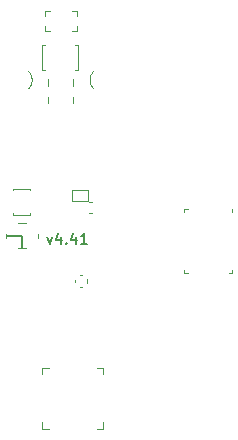
<source format=gbr>
G04 #@! TF.GenerationSoftware,KiCad,Pcbnew,(5.1.6)-1*
G04 #@! TF.CreationDate,2021-01-05T14:36:29-08:00*
G04 #@! TF.ProjectId,Miniscope-v4-Rigid-Flex,4d696e69-7363-46f7-9065-2d76342d5269,rev?*
G04 #@! TF.SameCoordinates,Original*
G04 #@! TF.FileFunction,Legend,Top*
G04 #@! TF.FilePolarity,Positive*
%FSLAX46Y46*%
G04 Gerber Fmt 4.6, Leading zero omitted, Abs format (unit mm)*
G04 Created by KiCad (PCBNEW (5.1.6)-1) date 2021-01-05 14:36:29*
%MOMM*%
%LPD*%
G01*
G04 APERTURE LIST*
%ADD10C,0.120000*%
%ADD11C,0.177800*%
%ADD12C,0.100000*%
%ADD13C,0.150000*%
G04 APERTURE END LIST*
D10*
X106500001Y-100749999D02*
G75*
G02*
X106500001Y-99250001I749999J749999D01*
G01*
X100999999Y-99250001D02*
G75*
G02*
X100999999Y-100749999I-749999J-749999D01*
G01*
D11*
X102569866Y-113240700D02*
X102781533Y-113833366D01*
X102993200Y-113240700D01*
X103712866Y-113240700D02*
X103712866Y-113833366D01*
X103501200Y-112902033D02*
X103289533Y-113537033D01*
X103839866Y-113537033D01*
X104178533Y-113748700D02*
X104220866Y-113791033D01*
X104178533Y-113833366D01*
X104136200Y-113791033D01*
X104178533Y-113748700D01*
X104178533Y-113833366D01*
X104982866Y-113240700D02*
X104982866Y-113833366D01*
X104771200Y-112902033D02*
X104559533Y-113537033D01*
X105109866Y-113537033D01*
X105914200Y-113833366D02*
X105406200Y-113833366D01*
X105660200Y-113833366D02*
X105660200Y-112944366D01*
X105575533Y-113071366D01*
X105490866Y-113156033D01*
X105406200Y-113198366D01*
D10*
X104686600Y-109327000D02*
X105986600Y-109327000D01*
X104686600Y-110207000D02*
X104686600Y-109327000D01*
X105986600Y-110207000D02*
X104686600Y-110207000D01*
X105986600Y-109327000D02*
X105986600Y-110207000D01*
D12*
X105931600Y-117162600D02*
X105931600Y-116862600D01*
X105531600Y-116512600D02*
X105331600Y-116512600D01*
X104931600Y-116912600D02*
X104931600Y-117112600D01*
X105331600Y-117512600D02*
X105531600Y-117512600D01*
X102156800Y-124918400D02*
X102156800Y-124368400D01*
X102156800Y-124368400D02*
X102706800Y-124368400D01*
X102156800Y-128978400D02*
X102156800Y-129528400D01*
X102156800Y-129528400D02*
X102706800Y-129528400D01*
X107316800Y-128978400D02*
X107316800Y-129528400D01*
X107316800Y-129528400D02*
X106766800Y-129528400D01*
X107316800Y-124918400D02*
X107316800Y-124368400D01*
X107316800Y-124368400D02*
X106766800Y-124368400D01*
D10*
X114190200Y-110878600D02*
X114190200Y-111138600D01*
X114190200Y-110878600D02*
X114450200Y-110878600D01*
X118210200Y-110878600D02*
X118210200Y-111138600D01*
X114190200Y-116298600D02*
X114190200Y-116038600D01*
X114190200Y-116298600D02*
X114450200Y-116298600D01*
X118210200Y-116298600D02*
X118210200Y-116038600D01*
X118210200Y-116298600D02*
X117950200Y-116298600D01*
D12*
X99709000Y-111380400D02*
X99709000Y-111270400D01*
X101109000Y-111380400D02*
X99709000Y-111380400D01*
X101109000Y-111270400D02*
X101109000Y-111380400D01*
X99709000Y-109220400D02*
X99709000Y-109330400D01*
X101109000Y-109220400D02*
X99709000Y-109220400D01*
X101109000Y-109330400D02*
X101109000Y-109220400D01*
X99104400Y-113325600D02*
X99104400Y-113015600D01*
X101764400Y-113325600D02*
X101764400Y-113015600D01*
X100079400Y-114250600D02*
X100789400Y-114250600D01*
X100789400Y-112090600D02*
X100079400Y-112090600D01*
D13*
X99159400Y-113170600D02*
X100434400Y-113170600D01*
X100434400Y-113170600D02*
X100434400Y-114220600D01*
D12*
X106075200Y-111237600D02*
X106325200Y-111237600D01*
X106075200Y-110277600D02*
X106325200Y-110277600D01*
X104927200Y-109603800D02*
G75*
G03*
X104927200Y-109603800I-50000J0D01*
G01*
X104771000Y-101965800D02*
X104771000Y-101395800D01*
X102651000Y-101965800D02*
X102651000Y-101395800D01*
X102651000Y-99905800D02*
X102651000Y-100475800D01*
X104771000Y-99905800D02*
X104771000Y-100475800D01*
X102368600Y-97030200D02*
X102103600Y-97030200D01*
X102103600Y-97030200D02*
X102103600Y-99130200D01*
X102103600Y-99130200D02*
X102368600Y-99130200D01*
X104938600Y-97030200D02*
X105203600Y-97030200D01*
X105203600Y-97030200D02*
X105203600Y-99130200D01*
X105203600Y-99130200D02*
X104938600Y-99130200D01*
X102415200Y-95796000D02*
X102835200Y-95796000D01*
X102415200Y-95376000D02*
X102415200Y-95796000D01*
X102415200Y-94116000D02*
X102835200Y-94116000D01*
X102415200Y-94536000D02*
X102415200Y-94116000D01*
X105095200Y-94116000D02*
X104675200Y-94116000D01*
X105095200Y-94536000D02*
X105095200Y-94116000D01*
X105095200Y-95796000D02*
X104675200Y-95796000D01*
X105095200Y-95376000D02*
X105095200Y-95796000D01*
M02*

</source>
